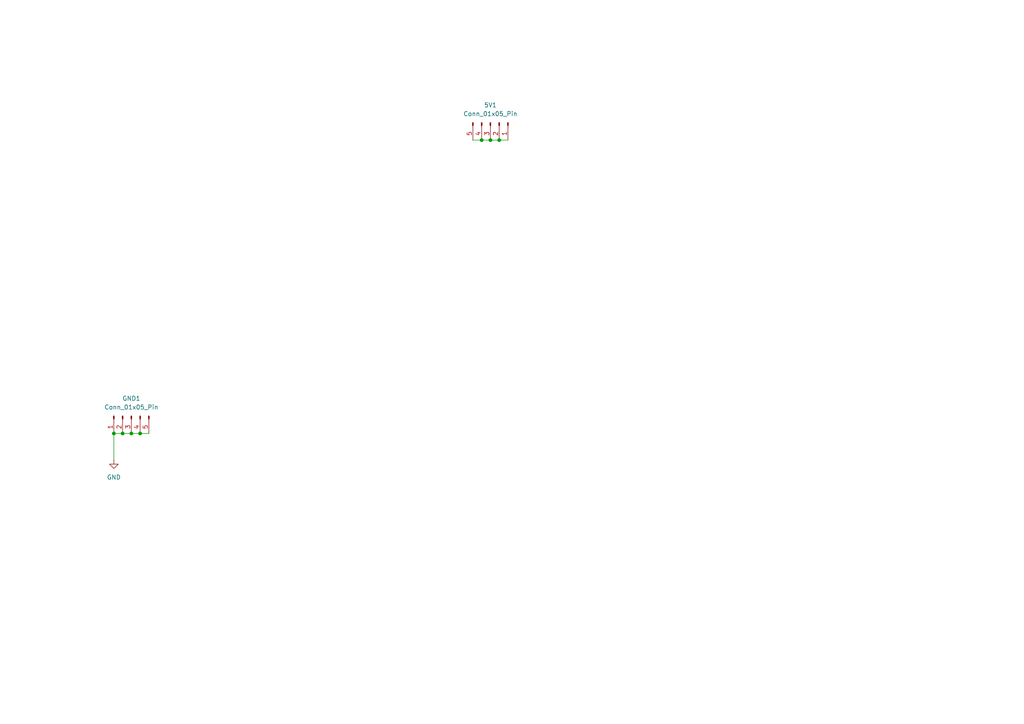
<source format=kicad_sch>
(kicad_sch (version 20231120) (generator "eeschema") (generator_version "8.0")
  (paper "A4")
  (lib_symbols
    (symbol "Connector:Conn_01x05_Pin" (pin_names (offset 1.016) hide)
      (property "Reference" "J" (at 0 7.62 0))
      (property "Value" "Conn_01x05_Pin" (at 0 -7.62 0))
      (symbol "Conn_01x05_Pin_1_1"
        (polyline (pts (xy 1.27 -5.08) (xy 0.8636 -5.08)) (stroke (width 0.1524)))
        (polyline (pts (xy 1.27 -2.54) (xy 0.8636 -2.54)) (stroke (width 0.1524)))
        (polyline (pts (xy 1.27 0) (xy 0.8636 0)) (stroke (width 0.1524)))
        (polyline (pts (xy 1.27 2.54) (xy 0.8636 2.54)) (stroke (width 0.1524)))
        (polyline (pts (xy 1.27 5.08) (xy 0.8636 5.08)) (stroke (width 0.1524)))
        (rectangle (start 0.8636 -4.953) (end 0 -5.207) (stroke (width 0.1524)) (fill (type outline)))
        (rectangle (start 0.8636 -2.413) (end 0 -2.667) (stroke (width 0.1524)) (fill (type outline)))
        (rectangle (start 0.8636 0.127) (end 0 -0.127) (stroke (width 0.1524)) (fill (type outline)))
        (rectangle (start 0.8636 2.667) (end 0 2.413) (stroke (width 0.1524)) (fill (type outline)))
        (rectangle (start 0.8636 5.207) (end 0 4.953) (stroke (width 0.1524)) (fill (type outline)))
        (pin passive line (at 5.08 5.08 180) (length 3.81) (name "Pin_1") (number "1"))
        (pin passive line (at 5.08 2.54 180) (length 3.81) (name "Pin_2") (number "2"))
        (pin passive line (at 5.08 0 180) (length 3.81) (name "Pin_3") (number "3"))
        (pin passive line (at 5.08 -2.54 180) (length 3.81) (name "Pin_4") (number "4"))
        (pin passive line (at 5.08 -5.08 180) (length 3.81) (name "Pin_5") (number "5"))
      )
    )
    (symbol "power:GND" (power) (pin_numbers hide) (pin_names (offset 0) hide)
      (property "Value" "GND" (at 0 -3.81 0))
      (symbol "GND_0_1"
        (polyline (pts (xy 0 0) (xy 0 -1.27) (xy 1.27 -1.27) (xy 0 -2.54) (xy -1.27 -1.27) (xy 0 -1.27)))
      )
      (symbol "GND_1_1"
        (pin power_in line (at 0 0 270) (length 0) (name "~") (number "1"))
      )
    )
  )
  (junction (at 35.56 125.73))
  (junction (at 40.64 125.73))
  (junction (at 139.7 40.64))
  (junction (at 38.1 125.73))
  (junction (at 144.78 40.64))
  (junction (at 142.24 40.64))
  (junction (at 33.02 125.73))
  (wire (pts (xy 137.16 40.64) (xy 139.7 40.64)))
  (wire (pts (xy 40.64 125.73) (xy 43.18 125.73)))
  (wire (pts (xy 33.02 125.73) (xy 35.56 125.73)))
  (wire (pts (xy 33.02 125.73) (xy 33.02 133.35)))
  (wire (pts (xy 139.7 40.64) (xy 142.24 40.64)))
  (wire (pts (xy 38.1 125.73) (xy 40.64 125.73)))
  (wire (pts (xy 144.78 40.64) (xy 147.32 40.64)))
  (wire (pts (xy 142.24 40.64) (xy 144.78 40.64)))
  (wire (pts (xy 35.56 125.73) (xy 38.1 125.73)))
  (symbol (lib_id "Connector:Conn_01x05_Pin") (at 142.24 35.56 270) (unit 1)
    (property "Reference" "5V1" (at 142.24 30.48 90))
    (property "Value" "Conn_01x05_Pin" (at 142.24 33.02 90))
    (property "Footprint" "Connector_PinHeader_2.54mm:PinHeader_1x05_P2.54mm_Vertical" (effects (hide yes)))
    (property "Description" "Generic connector, single row, 01x05, script generated" (effects (hide yes)))
  )
  (symbol (lib_id "power:GND") (at 33.02 133.35 0) (unit 1)
    (property "Reference" "#PWR05" (effects (hide yes)))
    (property "Value" "GND" (at 33.02 138.43 0))
    (property "Description" "Power symbol creates a global label with name \"GND\" , ground" (effects (hide yes)))
  )
  (symbol (lib_id "Connector:Conn_01x05_Pin") (at 38.1 120.65 90) (mirror x) (unit 1)
    (property "Reference" "GND1" (at 38.1 115.57 90))
    (property "Value" "Conn_01x05_Pin" (at 38.1 118.11 90))
    (property "Footprint" "Connector_PinHeader_2.54mm:PinHeader_1x05_P2.54mm_Vertical" (effects (hide yes)))
    (property "Description" "Generic connector, single row, 01x05, script generated" (effects (hide yes)))
  )
)
</source>
